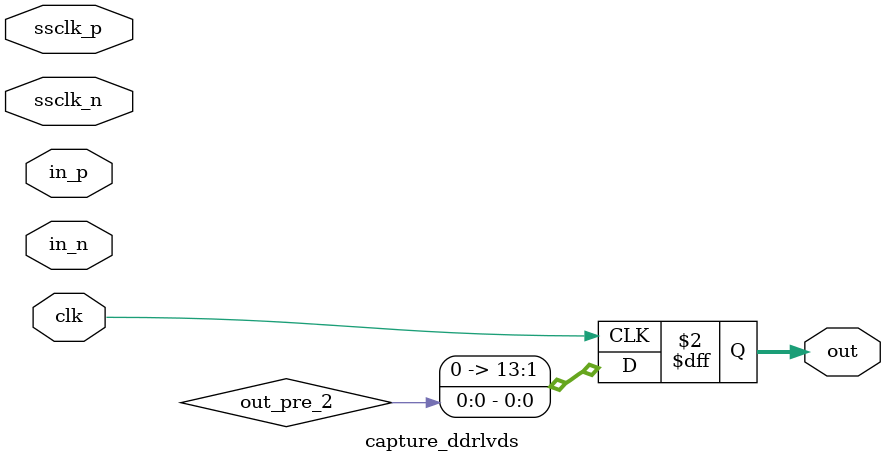
<source format=v>


module capture_ddrlvds
  #(parameter WIDTH=7,
    parameter X300=0)
   (input clk,
    input ssclk_p,
    input ssclk_n,
    input [WIDTH-1:0] in_p,
    input [WIDTH-1:0] in_n,
    output reg [(2*WIDTH)-1:0] out);

   wire [WIDTH-1:0] 	   ddr_dat;
   wire 		   ssclk;
   wire [(2*WIDTH)-1:0]    out_pre1;
   reg  [(2*WIDTH)-1:0]    out_pre2;
   wire 		   ssclk_bufio1, ssclk_bufio2, ssclk_bufmr;

   IBUFGDS #(.DIFF_TERM("TRUE"))
   clkbuf (.O(ssclk), .I(ssclk_p), .IB(ssclk_n));

   BUFMR clkbufmr (
		   .I(ssclk),
		   .O(ssclk_bufmr)
		   );

   BUFIO clkbufio1 (
		    .I(ssclk_bufmr),
		    .O(ssclk_bufio1)
		   );

   BUFIO clkbufio2 (
		    .I(ssclk_bufmr),
		    .O(ssclk_bufio2)
		    );

   genvar 		   i;

   generate
      for(i = 0; i < WIDTH; i = i + 1)
	begin : gen_lvds_pins
	   if ((i == 10) && (X300 == 1)) begin
	      IBUFDS #(.DIFF_TERM("FALSE")) ibufds
		(.O(ddr_dat[i]), .I(in_p[i]), .IB(in_n[i]) );
	      IDDR #(.DDR_CLK_EDGE("SAME_EDGE_PIPELINED")) iddr
		(.Q1(out_pre1[2*i]), .Q2(out_pre1[(2*i)+1]), .C(ssclk_bufio2),
		 .CE(1'b1), .D(ddr_dat[i]), .R(1'b0), .S(1'b0));
	   end else begin
	      IBUFDS #(.DIFF_TERM("TRUE")) ibufds
		(.O(ddr_dat[i]), .I(in_p[i]), .IB(in_n[i]) );
	      IDDR #(.DDR_CLK_EDGE("SAME_EDGE_PIPELINED")) iddr
		(.Q1(out_pre1[2*i]), .Q2(out_pre1[(2*i)+1]), .C(ssclk_bufio1),
		 .CE(1'b1), .D(ddr_dat[i]), .R(1'b0), .S(1'b0));
	   end
	end
   endgenerate

   always @(posedge clk)
     {out, out_pre2} <= {out_pre_2, out_pre1};

endmodule // capture_ddrlvds

</source>
